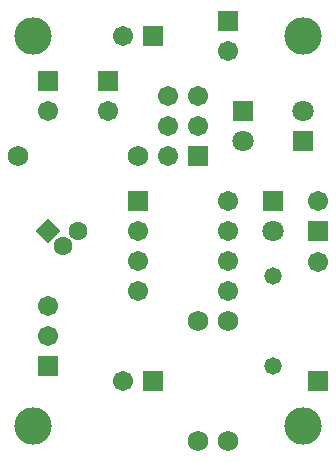
<source format=gbr>
G04 DipTrace 2.4.0.2*
%INTopMask.gbr*%
%MOIN*%
%ADD18C,0.063*%
%ADD27C,0.125*%
%ADD36C,0.058*%
%ADD38C,0.058*%
%ADD40C,0.068*%
%ADD42C,0.068*%
%ADD45R,0.071X0.071*%
%ADD47C,0.071*%
%ADD48C,0.0671*%
%ADD50R,0.0671X0.0671*%
%FSLAX44Y44*%
G04*
G70*
G90*
G75*
G01*
%LNTopMask*%
%LPD*%
D50*
X8940Y12440D3*
D48*
Y11440D3*
Y10440D3*
Y9440D3*
X11940D3*
Y10440D3*
Y11440D3*
Y12440D3*
D50*
Y18440D3*
D48*
Y17440D3*
D47*
X13440Y11440D3*
D45*
Y12440D3*
X14440Y14440D3*
D47*
Y15440D3*
X12440Y14440D3*
D45*
Y15440D3*
D50*
X14940Y6440D3*
D48*
Y10416D3*
D27*
X5440Y4940D3*
Y17940D3*
X14440D3*
Y4940D3*
D50*
X10940Y13940D3*
D48*
X9940D3*
X10940Y14940D3*
X9940D3*
X10940Y15940D3*
X9940D3*
D50*
X9440Y6440D3*
D48*
X8440D3*
D18*
X6940Y11440D3*
X6440Y10940D3*
G36*
X5940Y11029D2*
X5529Y11440D1*
X5940Y11851D1*
X6351Y11440D1*
X5940Y11029D1*
G37*
D50*
X9440Y17940D3*
D48*
X8440D3*
D50*
X5940Y6940D3*
D48*
Y7940D3*
Y8940D3*
D50*
X14940Y11440D3*
D48*
Y12440D3*
D42*
X11940Y4440D3*
D40*
Y8440D3*
D42*
X4940Y13940D3*
D40*
X8940D3*
D42*
X10940Y4440D3*
D40*
Y8440D3*
D38*
X13440Y6940D3*
D36*
Y9940D3*
D50*
X7940Y16440D3*
D48*
Y15440D3*
D50*
X5940Y16440D3*
D48*
Y15440D3*
M02*

</source>
